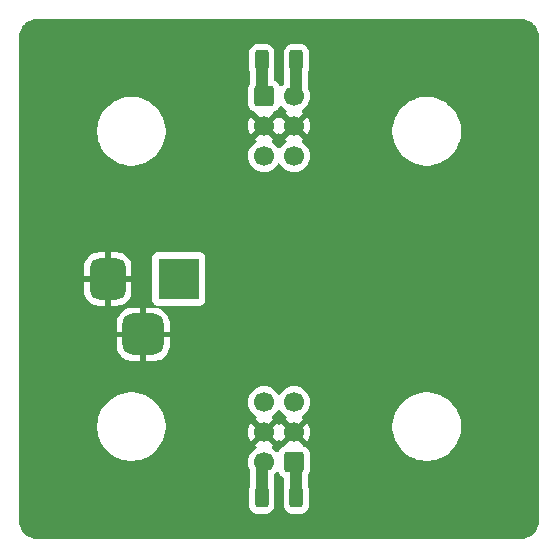
<source format=gbr>
%TF.GenerationSoftware,KiCad,Pcbnew,8.0.3*%
%TF.CreationDate,2024-07-13T17:14:31+01:00*%
%TF.ProjectId,RS485Board,52533438-3542-46f6-9172-642e6b696361,rev?*%
%TF.SameCoordinates,Original*%
%TF.FileFunction,Copper,L2,Bot*%
%TF.FilePolarity,Positive*%
%FSLAX46Y46*%
G04 Gerber Fmt 4.6, Leading zero omitted, Abs format (unit mm)*
G04 Created by KiCad (PCBNEW 8.0.3) date 2024-07-13 17:14:31*
%MOMM*%
%LPD*%
G01*
G04 APERTURE LIST*
G04 Aperture macros list*
%AMRoundRect*
0 Rectangle with rounded corners*
0 $1 Rounding radius*
0 $2 $3 $4 $5 $6 $7 $8 $9 X,Y pos of 4 corners*
0 Add a 4 corners polygon primitive as box body*
4,1,4,$2,$3,$4,$5,$6,$7,$8,$9,$2,$3,0*
0 Add four circle primitives for the rounded corners*
1,1,$1+$1,$2,$3*
1,1,$1+$1,$4,$5*
1,1,$1+$1,$6,$7*
1,1,$1+$1,$8,$9*
0 Add four rect primitives between the rounded corners*
20,1,$1+$1,$2,$3,$4,$5,0*
20,1,$1+$1,$4,$5,$6,$7,0*
20,1,$1+$1,$6,$7,$8,$9,0*
20,1,$1+$1,$8,$9,$2,$3,0*%
G04 Aperture macros list end*
%TA.AperFunction,ComponentPad*%
%ADD10RoundRect,0.250000X-0.600000X-0.600000X0.600000X-0.600000X0.600000X0.600000X-0.600000X0.600000X0*%
%TD*%
%TA.AperFunction,ComponentPad*%
%ADD11C,1.700000*%
%TD*%
%TA.AperFunction,ComponentPad*%
%ADD12R,3.500000X3.500000*%
%TD*%
%TA.AperFunction,ComponentPad*%
%ADD13RoundRect,0.750000X-0.750000X-1.000000X0.750000X-1.000000X0.750000X1.000000X-0.750000X1.000000X0*%
%TD*%
%TA.AperFunction,ComponentPad*%
%ADD14RoundRect,0.875000X-0.875000X-0.875000X0.875000X-0.875000X0.875000X0.875000X-0.875000X0.875000X0*%
%TD*%
%TA.AperFunction,ComponentPad*%
%ADD15RoundRect,0.250000X0.600000X0.600000X-0.600000X0.600000X-0.600000X-0.600000X0.600000X-0.600000X0*%
%TD*%
%TA.AperFunction,SMDPad,CuDef*%
%ADD16RoundRect,0.250000X0.312500X0.625000X-0.312500X0.625000X-0.312500X-0.625000X0.312500X-0.625000X0*%
%TD*%
%TA.AperFunction,SMDPad,CuDef*%
%ADD17RoundRect,0.250000X-0.312500X-0.625000X0.312500X-0.625000X0.312500X0.625000X-0.312500X0.625000X0*%
%TD*%
%TA.AperFunction,Conductor*%
%ADD18C,1.000000*%
%TD*%
G04 APERTURE END LIST*
D10*
%TO.P,J1,1,Pin_1*%
%TO.N,Net-(J1-Pin_1)*%
X111230000Y-97000000D03*
D11*
%TO.P,J1,2,Pin_2*%
%TO.N,Net-(J1-Pin_2)*%
X113770000Y-97000000D03*
%TO.P,J1,3,Pin_3*%
%TO.N,GND*%
X111230000Y-99540000D03*
%TO.P,J1,4,Pin_4*%
X113770000Y-99540000D03*
%TO.P,J1,5,Pin_5*%
%TO.N,+12V*%
X111230000Y-102080000D03*
%TO.P,J1,6,Pin_6*%
X113770000Y-102080000D03*
%TD*%
D12*
%TO.P,J3,1*%
%TO.N,+12V*%
X104000000Y-112500000D03*
D13*
%TO.P,J3,2*%
%TO.N,GND*%
X98000000Y-112500000D03*
D14*
%TO.P,J3,3*%
X101000000Y-117200000D03*
%TD*%
D15*
%TO.P,J2,1,Pin_1*%
%TO.N,Net-(J2-Pin_1)*%
X113770000Y-128000000D03*
D11*
%TO.P,J2,2,Pin_2*%
%TO.N,Net-(J2-Pin_2)*%
X111230000Y-128000000D03*
%TO.P,J2,3,Pin_3*%
%TO.N,GND*%
X113770000Y-125460000D03*
%TO.P,J2,4,Pin_4*%
X111230000Y-125460000D03*
%TO.P,J2,5,Pin_5*%
%TO.N,+12V*%
X113770000Y-122920000D03*
%TO.P,J2,6,Pin_6*%
X111230000Y-122920000D03*
%TD*%
D16*
%TO.P,R1,1*%
%TO.N,Net-(J1-Pin_2)*%
X113962500Y-94000000D03*
%TO.P,R1,2*%
%TO.N,Net-(J1-Pin_1)*%
X111037500Y-94000000D03*
%TD*%
D17*
%TO.P,R2,1*%
%TO.N,Net-(J2-Pin_2)*%
X111037500Y-131000000D03*
%TO.P,R2,2*%
%TO.N,Net-(J2-Pin_1)*%
X113962500Y-131000000D03*
%TD*%
D18*
%TO.N,Net-(J1-Pin_2)*%
X113962500Y-94000000D02*
X113962500Y-96807500D01*
X113962500Y-96807500D02*
X113770000Y-97000000D01*
%TO.N,Net-(J1-Pin_1)*%
X111037500Y-94000000D02*
X111037500Y-96807500D01*
X111037500Y-96807500D02*
X111230000Y-97000000D01*
%TO.N,Net-(J2-Pin_1)*%
X113962500Y-128192500D02*
X113770000Y-128000000D01*
X113962500Y-131000000D02*
X113962500Y-128192500D01*
%TO.N,Net-(J2-Pin_2)*%
X111037500Y-128192500D02*
X111230000Y-128000000D01*
X111037500Y-131000000D02*
X111037500Y-128192500D01*
%TD*%
%TA.AperFunction,Conductor*%
%TO.N,GND*%
G36*
X113304075Y-125652993D02*
G01*
X113369901Y-125767007D01*
X113462993Y-125860099D01*
X113577007Y-125925925D01*
X113640590Y-125942962D01*
X113004208Y-126579342D01*
X112993788Y-126631193D01*
X112945172Y-126681376D01*
X112923032Y-126691205D01*
X112850674Y-126715182D01*
X112850663Y-126715187D01*
X112701342Y-126807289D01*
X112577289Y-126931342D01*
X112485187Y-127080663D01*
X112485183Y-127080673D01*
X112482335Y-127089268D01*
X112442560Y-127146711D01*
X112378044Y-127173531D01*
X112309268Y-127161214D01*
X112272517Y-127132233D01*
X112272324Y-127132427D01*
X112270682Y-127130785D01*
X112269642Y-127129965D01*
X112268494Y-127128597D01*
X112101402Y-126961506D01*
X112101401Y-126961505D01*
X111915405Y-126831269D01*
X111871781Y-126776692D01*
X111864588Y-126707193D01*
X111896110Y-126644839D01*
X111915405Y-126628119D01*
X111991373Y-126574925D01*
X111359409Y-125942962D01*
X111422993Y-125925925D01*
X111537007Y-125860099D01*
X111630099Y-125767007D01*
X111695925Y-125652993D01*
X111712962Y-125589410D01*
X112344925Y-126221373D01*
X112398425Y-126144968D01*
X112453002Y-126101344D01*
X112522501Y-126094151D01*
X112584855Y-126125673D01*
X112601576Y-126144969D01*
X112655073Y-126221372D01*
X113287037Y-125589409D01*
X113304075Y-125652993D01*
G37*
%TD.AperFunction*%
%TA.AperFunction,Conductor*%
G36*
X112584855Y-123586546D02*
G01*
X112601575Y-123605842D01*
X112731500Y-123791395D01*
X112731505Y-123791401D01*
X112898599Y-123958495D01*
X113084594Y-124088730D01*
X113128218Y-124143307D01*
X113135411Y-124212806D01*
X113103889Y-124275160D01*
X113084593Y-124291880D01*
X113008626Y-124345072D01*
X113008625Y-124345072D01*
X113640590Y-124977037D01*
X113577007Y-124994075D01*
X113462993Y-125059901D01*
X113369901Y-125152993D01*
X113304075Y-125267007D01*
X113287037Y-125330590D01*
X112655072Y-124698625D01*
X112655072Y-124698626D01*
X112601574Y-124775030D01*
X112546998Y-124818655D01*
X112477499Y-124825849D01*
X112415144Y-124794326D01*
X112398424Y-124775030D01*
X112344925Y-124698626D01*
X112344925Y-124698625D01*
X111712962Y-125330589D01*
X111695925Y-125267007D01*
X111630099Y-125152993D01*
X111537007Y-125059901D01*
X111422993Y-124994075D01*
X111359410Y-124977037D01*
X111991373Y-124345073D01*
X111991373Y-124345072D01*
X111915405Y-124291880D01*
X111871780Y-124237304D01*
X111864586Y-124167805D01*
X111896108Y-124105451D01*
X111915399Y-124088734D01*
X112101401Y-123958495D01*
X112268495Y-123791401D01*
X112398425Y-123605842D01*
X112453002Y-123562217D01*
X112522500Y-123555023D01*
X112584855Y-123586546D01*
G37*
%TD.AperFunction*%
%TA.AperFunction,Conductor*%
G36*
X113304075Y-99732993D02*
G01*
X113369901Y-99847007D01*
X113462993Y-99940099D01*
X113577007Y-100005925D01*
X113640590Y-100022962D01*
X113008625Y-100654925D01*
X113084594Y-100708119D01*
X113128219Y-100762696D01*
X113135413Y-100832194D01*
X113103890Y-100894549D01*
X113084595Y-100911269D01*
X112898594Y-101041508D01*
X112731505Y-101208597D01*
X112601575Y-101394158D01*
X112546998Y-101437783D01*
X112477500Y-101444977D01*
X112415145Y-101413454D01*
X112398425Y-101394158D01*
X112268494Y-101208597D01*
X112101402Y-101041506D01*
X112101401Y-101041505D01*
X111915405Y-100911269D01*
X111871781Y-100856692D01*
X111864588Y-100787193D01*
X111896110Y-100724839D01*
X111915405Y-100708119D01*
X111991373Y-100654925D01*
X111359409Y-100022962D01*
X111422993Y-100005925D01*
X111537007Y-99940099D01*
X111630099Y-99847007D01*
X111695925Y-99732993D01*
X111712962Y-99669410D01*
X112344925Y-100301373D01*
X112398425Y-100224968D01*
X112453002Y-100181344D01*
X112522501Y-100174151D01*
X112584855Y-100205673D01*
X112601576Y-100224969D01*
X112655073Y-100301372D01*
X113287037Y-99669409D01*
X113304075Y-99732993D01*
G37*
%TD.AperFunction*%
%TA.AperFunction,Conductor*%
G36*
X112690720Y-97838779D02*
G01*
X112727483Y-97867766D01*
X112727677Y-97867573D01*
X112729313Y-97869209D01*
X112730354Y-97870030D01*
X112731501Y-97871397D01*
X112731505Y-97871401D01*
X112898599Y-98038495D01*
X113084594Y-98168730D01*
X113128218Y-98223307D01*
X113135411Y-98292806D01*
X113103889Y-98355160D01*
X113084593Y-98371880D01*
X113008626Y-98425072D01*
X113008625Y-98425072D01*
X113640590Y-99057037D01*
X113577007Y-99074075D01*
X113462993Y-99139901D01*
X113369901Y-99232993D01*
X113304075Y-99347007D01*
X113287037Y-99410590D01*
X112655072Y-98778625D01*
X112655072Y-98778626D01*
X112601574Y-98855030D01*
X112546998Y-98898655D01*
X112477499Y-98905849D01*
X112415144Y-98874326D01*
X112398424Y-98855030D01*
X112344925Y-98778626D01*
X112344925Y-98778625D01*
X111712962Y-99410589D01*
X111695925Y-99347007D01*
X111630099Y-99232993D01*
X111537007Y-99139901D01*
X111422993Y-99074075D01*
X111359410Y-99057037D01*
X111995789Y-98420658D01*
X112006209Y-98368808D01*
X112054823Y-98318624D01*
X112076961Y-98308796D01*
X112149334Y-98284814D01*
X112298656Y-98192712D01*
X112422712Y-98068656D01*
X112514814Y-97919334D01*
X112517662Y-97910738D01*
X112557429Y-97853294D01*
X112621944Y-97826468D01*
X112690720Y-97838779D01*
G37*
%TD.AperFunction*%
%TA.AperFunction,Conductor*%
G36*
X133004418Y-90500816D02*
G01*
X133204561Y-90515130D01*
X133222063Y-90517647D01*
X133413797Y-90559355D01*
X133430755Y-90564334D01*
X133614609Y-90632909D01*
X133630701Y-90640259D01*
X133802904Y-90734288D01*
X133817784Y-90743849D01*
X133974867Y-90861441D01*
X133988237Y-90873027D01*
X134126972Y-91011762D01*
X134138558Y-91025132D01*
X134256146Y-91182210D01*
X134265711Y-91197095D01*
X134359740Y-91369298D01*
X134367090Y-91385390D01*
X134435662Y-91569236D01*
X134440646Y-91586212D01*
X134482351Y-91777931D01*
X134484869Y-91795442D01*
X134499184Y-91995580D01*
X134499500Y-92004427D01*
X134499500Y-132995572D01*
X134499184Y-133004419D01*
X134484869Y-133204557D01*
X134482351Y-133222068D01*
X134440646Y-133413787D01*
X134435662Y-133430763D01*
X134367090Y-133614609D01*
X134359740Y-133630701D01*
X134265711Y-133802904D01*
X134256146Y-133817789D01*
X134138558Y-133974867D01*
X134126972Y-133988237D01*
X133988237Y-134126972D01*
X133974867Y-134138558D01*
X133817789Y-134256146D01*
X133802904Y-134265711D01*
X133630701Y-134359740D01*
X133614609Y-134367090D01*
X133430763Y-134435662D01*
X133413787Y-134440646D01*
X133222068Y-134482351D01*
X133204557Y-134484869D01*
X133023779Y-134497799D01*
X133004417Y-134499184D01*
X132995572Y-134499500D01*
X92004428Y-134499500D01*
X91995582Y-134499184D01*
X91973622Y-134497613D01*
X91795442Y-134484869D01*
X91777931Y-134482351D01*
X91586212Y-134440646D01*
X91569236Y-134435662D01*
X91385390Y-134367090D01*
X91369298Y-134359740D01*
X91197095Y-134265711D01*
X91182210Y-134256146D01*
X91025132Y-134138558D01*
X91011762Y-134126972D01*
X90873027Y-133988237D01*
X90861441Y-133974867D01*
X90743849Y-133817784D01*
X90734288Y-133802904D01*
X90640259Y-133630701D01*
X90632909Y-133614609D01*
X90572091Y-133451551D01*
X90564334Y-133430755D01*
X90559355Y-133413797D01*
X90517647Y-133222063D01*
X90515130Y-133204556D01*
X90500816Y-133004418D01*
X90500500Y-132995572D01*
X90500500Y-124837106D01*
X97099500Y-124837106D01*
X97099500Y-125162893D01*
X97135974Y-125486604D01*
X97135976Y-125486620D01*
X97208467Y-125804226D01*
X97208471Y-125804238D01*
X97316066Y-126111725D01*
X97457413Y-126405234D01*
X97457415Y-126405237D01*
X97630739Y-126681081D01*
X97833857Y-126935783D01*
X98064217Y-127166143D01*
X98318919Y-127369261D01*
X98594763Y-127542585D01*
X98888278Y-127683935D01*
X99118766Y-127764586D01*
X99195761Y-127791528D01*
X99195773Y-127791532D01*
X99513383Y-127864024D01*
X99837106Y-127900499D01*
X99837107Y-127900500D01*
X99837111Y-127900500D01*
X100162893Y-127900500D01*
X100162893Y-127900499D01*
X100486617Y-127864024D01*
X100804227Y-127791532D01*
X101111722Y-127683935D01*
X101405237Y-127542585D01*
X101681081Y-127369261D01*
X101935783Y-127166143D01*
X102166143Y-126935783D01*
X102369261Y-126681081D01*
X102542585Y-126405237D01*
X102683935Y-126111722D01*
X102791532Y-125804227D01*
X102864024Y-125486617D01*
X102900500Y-125162889D01*
X102900500Y-124837111D01*
X102864024Y-124513383D01*
X102791532Y-124195773D01*
X102683935Y-123888278D01*
X102542585Y-123594763D01*
X102369261Y-123318919D01*
X102166143Y-123064217D01*
X102021925Y-122919999D01*
X109874341Y-122919999D01*
X109874341Y-122920000D01*
X109894936Y-123155403D01*
X109894938Y-123155413D01*
X109956094Y-123383655D01*
X109956096Y-123383659D01*
X109956097Y-123383663D01*
X109960000Y-123392032D01*
X110055965Y-123597830D01*
X110055967Y-123597834D01*
X110164281Y-123752521D01*
X110191505Y-123791401D01*
X110358599Y-123958495D01*
X110544594Y-124088730D01*
X110588218Y-124143307D01*
X110595411Y-124212806D01*
X110563889Y-124275160D01*
X110544593Y-124291880D01*
X110468626Y-124345072D01*
X110468625Y-124345072D01*
X111100590Y-124977037D01*
X111037007Y-124994075D01*
X110922993Y-125059901D01*
X110829901Y-125152993D01*
X110764075Y-125267007D01*
X110747037Y-125330589D01*
X110115073Y-124698625D01*
X110115072Y-124698625D01*
X110056401Y-124782419D01*
X109956570Y-124996507D01*
X109956566Y-124996516D01*
X109895432Y-125224673D01*
X109895430Y-125224684D01*
X109874843Y-125459998D01*
X109874843Y-125460001D01*
X109895430Y-125695315D01*
X109895432Y-125695326D01*
X109956566Y-125923483D01*
X109956570Y-125923492D01*
X110056400Y-126137579D01*
X110056402Y-126137583D01*
X110115072Y-126221373D01*
X110115073Y-126221373D01*
X110747037Y-125589409D01*
X110764075Y-125652993D01*
X110829901Y-125767007D01*
X110922993Y-125860099D01*
X111037007Y-125925925D01*
X111100590Y-125942962D01*
X110468625Y-126574925D01*
X110544594Y-126628119D01*
X110588219Y-126682696D01*
X110595413Y-126752194D01*
X110563890Y-126814549D01*
X110544595Y-126831269D01*
X110358594Y-126961508D01*
X110191505Y-127128597D01*
X110055965Y-127322169D01*
X110055964Y-127322171D01*
X109956098Y-127536335D01*
X109956094Y-127536344D01*
X109894938Y-127764586D01*
X109894936Y-127764596D01*
X109874341Y-127999999D01*
X109874341Y-128000000D01*
X109894936Y-128235403D01*
X109894938Y-128235413D01*
X109956094Y-128463655D01*
X109956096Y-128463659D01*
X109956097Y-128463663D01*
X110025382Y-128612244D01*
X110037000Y-128664649D01*
X110037000Y-130045270D01*
X110030706Y-130084273D01*
X109985002Y-130222199D01*
X109985000Y-130222209D01*
X109974500Y-130324983D01*
X109974500Y-131675001D01*
X109974501Y-131675018D01*
X109985000Y-131777796D01*
X109985001Y-131777799D01*
X110040185Y-131944331D01*
X110040186Y-131944334D01*
X110132288Y-132093656D01*
X110256344Y-132217712D01*
X110405666Y-132309814D01*
X110572203Y-132364999D01*
X110674991Y-132375500D01*
X111400008Y-132375499D01*
X111400016Y-132375498D01*
X111400019Y-132375498D01*
X111456302Y-132369748D01*
X111502797Y-132364999D01*
X111669334Y-132309814D01*
X111818656Y-132217712D01*
X111942712Y-132093656D01*
X112034814Y-131944334D01*
X112089999Y-131777797D01*
X112100500Y-131675009D01*
X112100499Y-130324992D01*
X112089999Y-130222203D01*
X112044294Y-130084273D01*
X112038000Y-130045269D01*
X112038000Y-129147439D01*
X112057685Y-129080400D01*
X112090878Y-129045863D01*
X112101401Y-129038495D01*
X112268495Y-128871401D01*
X112268504Y-128871388D01*
X112269636Y-128870040D01*
X112270293Y-128869602D01*
X112272323Y-128867573D01*
X112272730Y-128867980D01*
X112327805Y-128831334D01*
X112397666Y-128830220D01*
X112457038Y-128867053D01*
X112482335Y-128910733D01*
X112485186Y-128919334D01*
X112577288Y-129068656D01*
X112701344Y-129192712D01*
X112850666Y-129284814D01*
X112877003Y-129293541D01*
X112934447Y-129333310D01*
X112961272Y-129397825D01*
X112962000Y-129411246D01*
X112962000Y-130045270D01*
X112955706Y-130084273D01*
X112910002Y-130222199D01*
X112910000Y-130222209D01*
X112899500Y-130324983D01*
X112899500Y-131675001D01*
X112899501Y-131675018D01*
X112910000Y-131777796D01*
X112910001Y-131777799D01*
X112965185Y-131944331D01*
X112965186Y-131944334D01*
X113057288Y-132093656D01*
X113181344Y-132217712D01*
X113330666Y-132309814D01*
X113497203Y-132364999D01*
X113599991Y-132375500D01*
X114325008Y-132375499D01*
X114325016Y-132375498D01*
X114325019Y-132375498D01*
X114381302Y-132369748D01*
X114427797Y-132364999D01*
X114594334Y-132309814D01*
X114743656Y-132217712D01*
X114867712Y-132093656D01*
X114959814Y-131944334D01*
X115014999Y-131777797D01*
X115025500Y-131675009D01*
X115025499Y-130324992D01*
X115014999Y-130222203D01*
X114969294Y-130084273D01*
X114963000Y-130045269D01*
X114963000Y-129103355D01*
X114981461Y-129038258D01*
X115054814Y-128919334D01*
X115109999Y-128752797D01*
X115120500Y-128650009D01*
X115120499Y-127349992D01*
X115109999Y-127247203D01*
X115054814Y-127080666D01*
X114962712Y-126931344D01*
X114838656Y-126807288D01*
X114689334Y-126715186D01*
X114616966Y-126691205D01*
X114559522Y-126651433D01*
X114532699Y-126586917D01*
X114532585Y-126576137D01*
X113899409Y-125942962D01*
X113962993Y-125925925D01*
X114077007Y-125860099D01*
X114170099Y-125767007D01*
X114235925Y-125652993D01*
X114252962Y-125589410D01*
X114884925Y-126221373D01*
X114884926Y-126221373D01*
X114943598Y-126137582D01*
X114943600Y-126137578D01*
X115043429Y-125923492D01*
X115043433Y-125923483D01*
X115104567Y-125695326D01*
X115104569Y-125695315D01*
X115125157Y-125460001D01*
X115125157Y-125459998D01*
X115104569Y-125224684D01*
X115104567Y-125224673D01*
X115043433Y-124996516D01*
X115043429Y-124996507D01*
X114969099Y-124837106D01*
X122099500Y-124837106D01*
X122099500Y-125162893D01*
X122135974Y-125486604D01*
X122135976Y-125486620D01*
X122208467Y-125804226D01*
X122208471Y-125804238D01*
X122316066Y-126111725D01*
X122457413Y-126405234D01*
X122457415Y-126405237D01*
X122630739Y-126681081D01*
X122833857Y-126935783D01*
X123064217Y-127166143D01*
X123318919Y-127369261D01*
X123594763Y-127542585D01*
X123888278Y-127683935D01*
X124118766Y-127764586D01*
X124195761Y-127791528D01*
X124195773Y-127791532D01*
X124513383Y-127864024D01*
X124837106Y-127900499D01*
X124837107Y-127900500D01*
X124837111Y-127900500D01*
X125162893Y-127900500D01*
X125162893Y-127900499D01*
X125486617Y-127864024D01*
X125804227Y-127791532D01*
X126111722Y-127683935D01*
X126405237Y-127542585D01*
X126681081Y-127369261D01*
X126935783Y-127166143D01*
X127166143Y-126935783D01*
X127369261Y-126681081D01*
X127542585Y-126405237D01*
X127683935Y-126111722D01*
X127791532Y-125804227D01*
X127864024Y-125486617D01*
X127900500Y-125162889D01*
X127900500Y-124837111D01*
X127864024Y-124513383D01*
X127791532Y-124195773D01*
X127683935Y-123888278D01*
X127542585Y-123594763D01*
X127369261Y-123318919D01*
X127166143Y-123064217D01*
X126935783Y-122833857D01*
X126681081Y-122630739D01*
X126405237Y-122457415D01*
X126405234Y-122457413D01*
X126111725Y-122316066D01*
X125804238Y-122208471D01*
X125804226Y-122208467D01*
X125486620Y-122135976D01*
X125486604Y-122135974D01*
X125162893Y-122099500D01*
X125162889Y-122099500D01*
X124837111Y-122099500D01*
X124837107Y-122099500D01*
X124513395Y-122135974D01*
X124513379Y-122135976D01*
X124195773Y-122208467D01*
X124195761Y-122208471D01*
X123888274Y-122316066D01*
X123594765Y-122457413D01*
X123318920Y-122630738D01*
X123064217Y-122833856D01*
X122833856Y-123064217D01*
X122630738Y-123318920D01*
X122457413Y-123594765D01*
X122316066Y-123888274D01*
X122208471Y-124195761D01*
X122208467Y-124195773D01*
X122135976Y-124513379D01*
X122135974Y-124513395D01*
X122099500Y-124837106D01*
X114969099Y-124837106D01*
X114943600Y-124782423D01*
X114943599Y-124782421D01*
X114884925Y-124698626D01*
X114884925Y-124698625D01*
X114252962Y-125330589D01*
X114235925Y-125267007D01*
X114170099Y-125152993D01*
X114077007Y-125059901D01*
X113962993Y-124994075D01*
X113899410Y-124977037D01*
X114531373Y-124345073D01*
X114531373Y-124345072D01*
X114455405Y-124291880D01*
X114411780Y-124237304D01*
X114404586Y-124167805D01*
X114436108Y-124105451D01*
X114455399Y-124088734D01*
X114641401Y-123958495D01*
X114808495Y-123791401D01*
X114944035Y-123597830D01*
X115043903Y-123383663D01*
X115105063Y-123155408D01*
X115125659Y-122920000D01*
X115105063Y-122684592D01*
X115043903Y-122456337D01*
X114944035Y-122242171D01*
X114938425Y-122234158D01*
X114808494Y-122048597D01*
X114641402Y-121881506D01*
X114641395Y-121881501D01*
X114447834Y-121745967D01*
X114447830Y-121745965D01*
X114447828Y-121745964D01*
X114233663Y-121646097D01*
X114233659Y-121646096D01*
X114233655Y-121646094D01*
X114005413Y-121584938D01*
X114005403Y-121584936D01*
X113770001Y-121564341D01*
X113769999Y-121564341D01*
X113534596Y-121584936D01*
X113534586Y-121584938D01*
X113306344Y-121646094D01*
X113306335Y-121646098D01*
X113092171Y-121745964D01*
X113092169Y-121745965D01*
X112898597Y-121881505D01*
X112731505Y-122048597D01*
X112601575Y-122234158D01*
X112546998Y-122277783D01*
X112477500Y-122284977D01*
X112415145Y-122253454D01*
X112398425Y-122234158D01*
X112268494Y-122048597D01*
X112101402Y-121881506D01*
X112101395Y-121881501D01*
X111907834Y-121745967D01*
X111907830Y-121745965D01*
X111907828Y-121745964D01*
X111693663Y-121646097D01*
X111693659Y-121646096D01*
X111693655Y-121646094D01*
X111465413Y-121584938D01*
X111465403Y-121584936D01*
X111230001Y-121564341D01*
X111229999Y-121564341D01*
X110994596Y-121584936D01*
X110994586Y-121584938D01*
X110766344Y-121646094D01*
X110766335Y-121646098D01*
X110552171Y-121745964D01*
X110552169Y-121745965D01*
X110358597Y-121881505D01*
X110191505Y-122048597D01*
X110055965Y-122242169D01*
X110055964Y-122242171D01*
X109956098Y-122456335D01*
X109956094Y-122456344D01*
X109894938Y-122684586D01*
X109894936Y-122684596D01*
X109874341Y-122919999D01*
X102021925Y-122919999D01*
X101935783Y-122833857D01*
X101681081Y-122630739D01*
X101405237Y-122457415D01*
X101405234Y-122457413D01*
X101111725Y-122316066D01*
X100804238Y-122208471D01*
X100804226Y-122208467D01*
X100486620Y-122135976D01*
X100486604Y-122135974D01*
X100162893Y-122099500D01*
X100162889Y-122099500D01*
X99837111Y-122099500D01*
X99837107Y-122099500D01*
X99513395Y-122135974D01*
X99513379Y-122135976D01*
X99195773Y-122208467D01*
X99195761Y-122208471D01*
X98888274Y-122316066D01*
X98594765Y-122457413D01*
X98318920Y-122630738D01*
X98064217Y-122833856D01*
X97833856Y-123064217D01*
X97630738Y-123318920D01*
X97457413Y-123594765D01*
X97316066Y-123888274D01*
X97208471Y-124195761D01*
X97208467Y-124195773D01*
X97135976Y-124513379D01*
X97135974Y-124513395D01*
X97099500Y-124837106D01*
X90500500Y-124837106D01*
X90500500Y-116231421D01*
X98750000Y-116231421D01*
X98750000Y-116950000D01*
X99566988Y-116950000D01*
X99534075Y-117007007D01*
X99500000Y-117134174D01*
X99500000Y-117265826D01*
X99534075Y-117392993D01*
X99566988Y-117450000D01*
X98750001Y-117450000D01*
X98750001Y-118168588D01*
X98752794Y-118221191D01*
X98797237Y-118450987D01*
X98879879Y-118669975D01*
X98998339Y-118871841D01*
X98998344Y-118871848D01*
X99149211Y-119050786D01*
X99149213Y-119050788D01*
X99328151Y-119201655D01*
X99328158Y-119201660D01*
X99530024Y-119320120D01*
X99749012Y-119402762D01*
X99978809Y-119447205D01*
X100031382Y-119449998D01*
X100031421Y-119449999D01*
X100749999Y-119449999D01*
X100750000Y-119449998D01*
X100750000Y-117700000D01*
X101250000Y-117700000D01*
X101250000Y-119449999D01*
X101968576Y-119449999D01*
X101968588Y-119449998D01*
X102021191Y-119447205D01*
X102250987Y-119402762D01*
X102469975Y-119320120D01*
X102671841Y-119201660D01*
X102671848Y-119201655D01*
X102850786Y-119050788D01*
X102850788Y-119050786D01*
X103001655Y-118871848D01*
X103001660Y-118871841D01*
X103120120Y-118669975D01*
X103202762Y-118450987D01*
X103247205Y-118221191D01*
X103247205Y-118221190D01*
X103249998Y-118168617D01*
X103250000Y-118168578D01*
X103250000Y-117450000D01*
X102433012Y-117450000D01*
X102465925Y-117392993D01*
X102500000Y-117265826D01*
X102500000Y-117134174D01*
X102465925Y-117007007D01*
X102433012Y-116950000D01*
X103249999Y-116950000D01*
X103249999Y-116231423D01*
X103249998Y-116231411D01*
X103247205Y-116178808D01*
X103202762Y-115949012D01*
X103120120Y-115730024D01*
X103001660Y-115528158D01*
X103001655Y-115528151D01*
X102850788Y-115349213D01*
X102850786Y-115349211D01*
X102671848Y-115198344D01*
X102671841Y-115198339D01*
X102469975Y-115079879D01*
X102250984Y-114997236D01*
X102245840Y-114996241D01*
X102183760Y-114964180D01*
X102148869Y-114903646D01*
X102152244Y-114833858D01*
X102192814Y-114776973D01*
X102257697Y-114751052D01*
X102269374Y-114750499D01*
X105797872Y-114750499D01*
X105857483Y-114744091D01*
X105992331Y-114693796D01*
X106107546Y-114607546D01*
X106193796Y-114492331D01*
X106244091Y-114357483D01*
X106250500Y-114297873D01*
X106250499Y-110702128D01*
X106244091Y-110642517D01*
X106204571Y-110536559D01*
X106193797Y-110507671D01*
X106193793Y-110507664D01*
X106107547Y-110392455D01*
X106107544Y-110392452D01*
X105992335Y-110306206D01*
X105992328Y-110306202D01*
X105857482Y-110255908D01*
X105857483Y-110255908D01*
X105797883Y-110249501D01*
X105797881Y-110249500D01*
X105797873Y-110249500D01*
X105797864Y-110249500D01*
X102202129Y-110249500D01*
X102202123Y-110249501D01*
X102142516Y-110255908D01*
X102007671Y-110306202D01*
X102007664Y-110306206D01*
X101892455Y-110392452D01*
X101892452Y-110392455D01*
X101806206Y-110507664D01*
X101806202Y-110507671D01*
X101755908Y-110642517D01*
X101749501Y-110702116D01*
X101749501Y-110702123D01*
X101749500Y-110702135D01*
X101749500Y-114297870D01*
X101749501Y-114297876D01*
X101755908Y-114357483D01*
X101806202Y-114492328D01*
X101806206Y-114492335D01*
X101892452Y-114607544D01*
X101892455Y-114607547D01*
X102007664Y-114693793D01*
X102007673Y-114693798D01*
X102056506Y-114712011D01*
X102112440Y-114753881D01*
X102136858Y-114819345D01*
X102122007Y-114887618D01*
X102072603Y-114937024D01*
X102006598Y-114952018D01*
X101968625Y-114950001D01*
X101968579Y-114950000D01*
X101250000Y-114950000D01*
X101250000Y-116700000D01*
X100750000Y-116700000D01*
X100750000Y-114950000D01*
X100031423Y-114950000D01*
X100031411Y-114950001D01*
X99978808Y-114952794D01*
X99749012Y-114997237D01*
X99530024Y-115079879D01*
X99328158Y-115198339D01*
X99328151Y-115198344D01*
X99149213Y-115349211D01*
X99149211Y-115349213D01*
X98998344Y-115528151D01*
X98998339Y-115528158D01*
X98879879Y-115730024D01*
X98797237Y-115949012D01*
X98752794Y-116178808D01*
X98752794Y-116178809D01*
X98750001Y-116231382D01*
X98750000Y-116231421D01*
X90500500Y-116231421D01*
X90500500Y-111435803D01*
X96000000Y-111435803D01*
X96000000Y-112250000D01*
X97500000Y-112250000D01*
X97500000Y-112750000D01*
X96000001Y-112750000D01*
X96000001Y-113564197D01*
X96010400Y-113696332D01*
X96065377Y-113914519D01*
X96158428Y-114119374D01*
X96158431Y-114119380D01*
X96286559Y-114304323D01*
X96286569Y-114304335D01*
X96445664Y-114463430D01*
X96445676Y-114463440D01*
X96630619Y-114591568D01*
X96630625Y-114591571D01*
X96835480Y-114684622D01*
X97053667Y-114739599D01*
X97185810Y-114749999D01*
X97749999Y-114749999D01*
X97750000Y-114749998D01*
X97750000Y-113933012D01*
X97807007Y-113965925D01*
X97934174Y-114000000D01*
X98065826Y-114000000D01*
X98192993Y-113965925D01*
X98250000Y-113933012D01*
X98250000Y-114749999D01*
X98814182Y-114749999D01*
X98814197Y-114749998D01*
X98946332Y-114739599D01*
X99164519Y-114684622D01*
X99369374Y-114591571D01*
X99369380Y-114591568D01*
X99554323Y-114463440D01*
X99554335Y-114463430D01*
X99713430Y-114304335D01*
X99713440Y-114304323D01*
X99841568Y-114119380D01*
X99841571Y-114119374D01*
X99934622Y-113914519D01*
X99989599Y-113696332D01*
X99999999Y-113564196D01*
X100000000Y-113564184D01*
X100000000Y-112750000D01*
X98500000Y-112750000D01*
X98500000Y-112250000D01*
X99999999Y-112250000D01*
X99999999Y-111435817D01*
X99999998Y-111435802D01*
X99989599Y-111303667D01*
X99934622Y-111085480D01*
X99841571Y-110880625D01*
X99841568Y-110880619D01*
X99713440Y-110695676D01*
X99713430Y-110695664D01*
X99554335Y-110536569D01*
X99554323Y-110536559D01*
X99369380Y-110408431D01*
X99369374Y-110408428D01*
X99164519Y-110315377D01*
X98946332Y-110260400D01*
X98814196Y-110250000D01*
X98250000Y-110250000D01*
X98250000Y-111066988D01*
X98192993Y-111034075D01*
X98065826Y-111000000D01*
X97934174Y-111000000D01*
X97807007Y-111034075D01*
X97750000Y-111066988D01*
X97750000Y-110250000D01*
X97185817Y-110250000D01*
X97185802Y-110250001D01*
X97053667Y-110260400D01*
X96835480Y-110315377D01*
X96630625Y-110408428D01*
X96630619Y-110408431D01*
X96445676Y-110536559D01*
X96445664Y-110536569D01*
X96286569Y-110695664D01*
X96286559Y-110695676D01*
X96158431Y-110880619D01*
X96158428Y-110880625D01*
X96065377Y-111085480D01*
X96010400Y-111303667D01*
X96000000Y-111435803D01*
X90500500Y-111435803D01*
X90500500Y-99837106D01*
X97099500Y-99837106D01*
X97099500Y-100162893D01*
X97135974Y-100486604D01*
X97135976Y-100486620D01*
X97208467Y-100804226D01*
X97208471Y-100804238D01*
X97316066Y-101111725D01*
X97457413Y-101405234D01*
X97457415Y-101405237D01*
X97630739Y-101681081D01*
X97833857Y-101935783D01*
X98064217Y-102166143D01*
X98318919Y-102369261D01*
X98594763Y-102542585D01*
X98594765Y-102542586D01*
X98614380Y-102552032D01*
X98888278Y-102683935D01*
X99099458Y-102757830D01*
X99195761Y-102791528D01*
X99195773Y-102791532D01*
X99513383Y-102864024D01*
X99837106Y-102900499D01*
X99837107Y-102900500D01*
X99837111Y-102900500D01*
X100162893Y-102900500D01*
X100162893Y-102900499D01*
X100486617Y-102864024D01*
X100804227Y-102791532D01*
X101111722Y-102683935D01*
X101405237Y-102542585D01*
X101681081Y-102369261D01*
X101935783Y-102166143D01*
X102021927Y-102079999D01*
X109874341Y-102079999D01*
X109874341Y-102080000D01*
X109894936Y-102315403D01*
X109894938Y-102315413D01*
X109956094Y-102543655D01*
X109956096Y-102543659D01*
X109956097Y-102543663D01*
X109960000Y-102552032D01*
X110055965Y-102757830D01*
X110055967Y-102757834D01*
X110155863Y-102900499D01*
X110191505Y-102951401D01*
X110358599Y-103118495D01*
X110455384Y-103186265D01*
X110552165Y-103254032D01*
X110552167Y-103254033D01*
X110552170Y-103254035D01*
X110766337Y-103353903D01*
X110994592Y-103415063D01*
X111182918Y-103431539D01*
X111229999Y-103435659D01*
X111230000Y-103435659D01*
X111230001Y-103435659D01*
X111269234Y-103432226D01*
X111465408Y-103415063D01*
X111693663Y-103353903D01*
X111907830Y-103254035D01*
X112101401Y-103118495D01*
X112268495Y-102951401D01*
X112398425Y-102765842D01*
X112453002Y-102722217D01*
X112522500Y-102715023D01*
X112584855Y-102746546D01*
X112601575Y-102765842D01*
X112731500Y-102951395D01*
X112731505Y-102951401D01*
X112898599Y-103118495D01*
X112995384Y-103186265D01*
X113092165Y-103254032D01*
X113092167Y-103254033D01*
X113092170Y-103254035D01*
X113306337Y-103353903D01*
X113534592Y-103415063D01*
X113722918Y-103431539D01*
X113769999Y-103435659D01*
X113770000Y-103435659D01*
X113770001Y-103435659D01*
X113809234Y-103432226D01*
X114005408Y-103415063D01*
X114233663Y-103353903D01*
X114447830Y-103254035D01*
X114641401Y-103118495D01*
X114808495Y-102951401D01*
X114944035Y-102757830D01*
X115043903Y-102543663D01*
X115105063Y-102315408D01*
X115125659Y-102080000D01*
X115105063Y-101844592D01*
X115043903Y-101616337D01*
X114944035Y-101402171D01*
X114938425Y-101394158D01*
X114808494Y-101208597D01*
X114641402Y-101041506D01*
X114641401Y-101041505D01*
X114455405Y-100911269D01*
X114411781Y-100856692D01*
X114404588Y-100787193D01*
X114436110Y-100724839D01*
X114455405Y-100708119D01*
X114531373Y-100654925D01*
X113899409Y-100022962D01*
X113962993Y-100005925D01*
X114077007Y-99940099D01*
X114170099Y-99847007D01*
X114235925Y-99732993D01*
X114252962Y-99669410D01*
X114884925Y-100301373D01*
X114884926Y-100301373D01*
X114943598Y-100217582D01*
X114943600Y-100217578D01*
X115043429Y-100003492D01*
X115043433Y-100003483D01*
X115088013Y-99837106D01*
X122099500Y-99837106D01*
X122099500Y-100162893D01*
X122135974Y-100486604D01*
X122135976Y-100486620D01*
X122208467Y-100804226D01*
X122208471Y-100804238D01*
X122316066Y-101111725D01*
X122457413Y-101405234D01*
X122457415Y-101405237D01*
X122630739Y-101681081D01*
X122833857Y-101935783D01*
X123064217Y-102166143D01*
X123318919Y-102369261D01*
X123594763Y-102542585D01*
X123594765Y-102542586D01*
X123614380Y-102552032D01*
X123888278Y-102683935D01*
X124099458Y-102757830D01*
X124195761Y-102791528D01*
X124195773Y-102791532D01*
X124513383Y-102864024D01*
X124837106Y-102900499D01*
X124837107Y-102900500D01*
X124837111Y-102900500D01*
X125162893Y-102900500D01*
X125162893Y-102900499D01*
X125486617Y-102864024D01*
X125804227Y-102791532D01*
X126111722Y-102683935D01*
X126405237Y-102542585D01*
X126681081Y-102369261D01*
X126935783Y-102166143D01*
X127166143Y-101935783D01*
X127369261Y-101681081D01*
X127542585Y-101405237D01*
X127683935Y-101111722D01*
X127791532Y-100804227D01*
X127864024Y-100486617D01*
X127900500Y-100162889D01*
X127900500Y-99837111D01*
X127864024Y-99513383D01*
X127791532Y-99195773D01*
X127683935Y-98888278D01*
X127542585Y-98594763D01*
X127369261Y-98318919D01*
X127166143Y-98064217D01*
X126935783Y-97833857D01*
X126926517Y-97826468D01*
X126740131Y-97677830D01*
X126681081Y-97630739D01*
X126405237Y-97457415D01*
X126405234Y-97457413D01*
X126111725Y-97316066D01*
X125804238Y-97208471D01*
X125804226Y-97208467D01*
X125486620Y-97135976D01*
X125486604Y-97135974D01*
X125162893Y-97099500D01*
X125162889Y-97099500D01*
X124837111Y-97099500D01*
X124837107Y-97099500D01*
X124513395Y-97135974D01*
X124513379Y-97135976D01*
X124195773Y-97208467D01*
X124195761Y-97208471D01*
X123888274Y-97316066D01*
X123594765Y-97457413D01*
X123318920Y-97630738D01*
X123064217Y-97833856D01*
X122833856Y-98064217D01*
X122630738Y-98318920D01*
X122457413Y-98594765D01*
X122316066Y-98888274D01*
X122208471Y-99195761D01*
X122208467Y-99195773D01*
X122135976Y-99513379D01*
X122135974Y-99513395D01*
X122099500Y-99837106D01*
X115088013Y-99837106D01*
X115104567Y-99775326D01*
X115104569Y-99775315D01*
X115125157Y-99540001D01*
X115125157Y-99539998D01*
X115104569Y-99304684D01*
X115104567Y-99304673D01*
X115043433Y-99076516D01*
X115043429Y-99076507D01*
X114943600Y-98862423D01*
X114943599Y-98862421D01*
X114884925Y-98778626D01*
X114884925Y-98778625D01*
X114252962Y-99410589D01*
X114235925Y-99347007D01*
X114170099Y-99232993D01*
X114077007Y-99139901D01*
X113962993Y-99074075D01*
X113899410Y-99057037D01*
X114531373Y-98425073D01*
X114531373Y-98425072D01*
X114455405Y-98371880D01*
X114411780Y-98317304D01*
X114404586Y-98247805D01*
X114436108Y-98185451D01*
X114455399Y-98168734D01*
X114641401Y-98038495D01*
X114808495Y-97871401D01*
X114944035Y-97677830D01*
X115043903Y-97463663D01*
X115105063Y-97235408D01*
X115125659Y-97000000D01*
X115105063Y-96764592D01*
X115043903Y-96536337D01*
X114974618Y-96387755D01*
X114963000Y-96335350D01*
X114963000Y-94954728D01*
X114969294Y-94915724D01*
X115014999Y-94777797D01*
X115025500Y-94675009D01*
X115025499Y-93324992D01*
X115014999Y-93222203D01*
X114959814Y-93055666D01*
X114867712Y-92906344D01*
X114743656Y-92782288D01*
X114594334Y-92690186D01*
X114427797Y-92635001D01*
X114427795Y-92635000D01*
X114325010Y-92624500D01*
X113599998Y-92624500D01*
X113599980Y-92624501D01*
X113497203Y-92635000D01*
X113497200Y-92635001D01*
X113330668Y-92690185D01*
X113330663Y-92690187D01*
X113181342Y-92782289D01*
X113057289Y-92906342D01*
X112965187Y-93055663D01*
X112965186Y-93055666D01*
X112910001Y-93222203D01*
X112910001Y-93222204D01*
X112910000Y-93222204D01*
X112899500Y-93324983D01*
X112899500Y-94675001D01*
X112899501Y-94675018D01*
X112910000Y-94777796D01*
X112910001Y-94777799D01*
X112955706Y-94915725D01*
X112962000Y-94954729D01*
X112962000Y-95852561D01*
X112942315Y-95919600D01*
X112909126Y-95954134D01*
X112898597Y-95961506D01*
X112731503Y-96128599D01*
X112730349Y-96129975D01*
X112729689Y-96130413D01*
X112727676Y-96132427D01*
X112727271Y-96132022D01*
X112672173Y-96168671D01*
X112602312Y-96169772D01*
X112542946Y-96132928D01*
X112517663Y-96089265D01*
X112514814Y-96080666D01*
X112422712Y-95931344D01*
X112298656Y-95807288D01*
X112149334Y-95715186D01*
X112149332Y-95715185D01*
X112149330Y-95715184D01*
X112149331Y-95715184D01*
X112122994Y-95706457D01*
X112065550Y-95666684D01*
X112038728Y-95602168D01*
X112038000Y-95588752D01*
X112038000Y-94954728D01*
X112044294Y-94915724D01*
X112089999Y-94777797D01*
X112100500Y-94675009D01*
X112100499Y-93324992D01*
X112089999Y-93222203D01*
X112034814Y-93055666D01*
X111942712Y-92906344D01*
X111818656Y-92782288D01*
X111669334Y-92690186D01*
X111502797Y-92635001D01*
X111502795Y-92635000D01*
X111400010Y-92624500D01*
X110674998Y-92624500D01*
X110674980Y-92624501D01*
X110572203Y-92635000D01*
X110572200Y-92635001D01*
X110405668Y-92690185D01*
X110405663Y-92690187D01*
X110256342Y-92782289D01*
X110132289Y-92906342D01*
X110040187Y-93055663D01*
X110040186Y-93055666D01*
X109985001Y-93222203D01*
X109985001Y-93222204D01*
X109985000Y-93222204D01*
X109974500Y-93324983D01*
X109974500Y-94675001D01*
X109974501Y-94675018D01*
X109985000Y-94777796D01*
X109985001Y-94777799D01*
X110030706Y-94915725D01*
X110037000Y-94954729D01*
X110037000Y-95896644D01*
X110018539Y-95961740D01*
X109945189Y-96080659D01*
X109945185Y-96080668D01*
X109928701Y-96130413D01*
X109890001Y-96247203D01*
X109890001Y-96247204D01*
X109890000Y-96247204D01*
X109879500Y-96349983D01*
X109879500Y-97650001D01*
X109879501Y-97650018D01*
X109890000Y-97752796D01*
X109890001Y-97752799D01*
X109929303Y-97871402D01*
X109945186Y-97919334D01*
X110037288Y-98068656D01*
X110161344Y-98192712D01*
X110310666Y-98284814D01*
X110383032Y-98308793D01*
X110440476Y-98348566D01*
X110467299Y-98413081D01*
X110467412Y-98423859D01*
X111100590Y-99057037D01*
X111037007Y-99074075D01*
X110922993Y-99139901D01*
X110829901Y-99232993D01*
X110764075Y-99347007D01*
X110747037Y-99410589D01*
X110115073Y-98778625D01*
X110115072Y-98778625D01*
X110056401Y-98862419D01*
X109956570Y-99076507D01*
X109956566Y-99076516D01*
X109895432Y-99304673D01*
X109895430Y-99304684D01*
X109874843Y-99539998D01*
X109874843Y-99540001D01*
X109895430Y-99775315D01*
X109895432Y-99775326D01*
X109956566Y-100003483D01*
X109956570Y-100003492D01*
X110056400Y-100217579D01*
X110056402Y-100217583D01*
X110115072Y-100301373D01*
X110115073Y-100301373D01*
X110747037Y-99669409D01*
X110764075Y-99732993D01*
X110829901Y-99847007D01*
X110922993Y-99940099D01*
X111037007Y-100005925D01*
X111100590Y-100022962D01*
X110468625Y-100654925D01*
X110544594Y-100708119D01*
X110588219Y-100762696D01*
X110595413Y-100832194D01*
X110563890Y-100894549D01*
X110544595Y-100911269D01*
X110358594Y-101041508D01*
X110191505Y-101208597D01*
X110055965Y-101402169D01*
X110055964Y-101402171D01*
X109956098Y-101616335D01*
X109956094Y-101616344D01*
X109894938Y-101844586D01*
X109894936Y-101844596D01*
X109874341Y-102079999D01*
X102021927Y-102079999D01*
X102166143Y-101935783D01*
X102369261Y-101681081D01*
X102542585Y-101405237D01*
X102683935Y-101111722D01*
X102791532Y-100804227D01*
X102864024Y-100486617D01*
X102900500Y-100162889D01*
X102900500Y-99837111D01*
X102864024Y-99513383D01*
X102791532Y-99195773D01*
X102683935Y-98888278D01*
X102542585Y-98594763D01*
X102369261Y-98318919D01*
X102166143Y-98064217D01*
X101935783Y-97833857D01*
X101926517Y-97826468D01*
X101740131Y-97677830D01*
X101681081Y-97630739D01*
X101405237Y-97457415D01*
X101405234Y-97457413D01*
X101111725Y-97316066D01*
X100804238Y-97208471D01*
X100804226Y-97208467D01*
X100486620Y-97135976D01*
X100486604Y-97135974D01*
X100162893Y-97099500D01*
X100162889Y-97099500D01*
X99837111Y-97099500D01*
X99837107Y-97099500D01*
X99513395Y-97135974D01*
X99513379Y-97135976D01*
X99195773Y-97208467D01*
X99195761Y-97208471D01*
X98888274Y-97316066D01*
X98594765Y-97457413D01*
X98318920Y-97630738D01*
X98064217Y-97833856D01*
X97833856Y-98064217D01*
X97630738Y-98318920D01*
X97457413Y-98594765D01*
X97316066Y-98888274D01*
X97208471Y-99195761D01*
X97208467Y-99195773D01*
X97135976Y-99513379D01*
X97135974Y-99513395D01*
X97099500Y-99837106D01*
X90500500Y-99837106D01*
X90500500Y-92004427D01*
X90500816Y-91995581D01*
X90515130Y-91795443D01*
X90515131Y-91795442D01*
X90515130Y-91795436D01*
X90517646Y-91777938D01*
X90559356Y-91586199D01*
X90564333Y-91569248D01*
X90632911Y-91385385D01*
X90640259Y-91369298D01*
X90702815Y-91254734D01*
X90734291Y-91197089D01*
X90743845Y-91182221D01*
X90861448Y-91025123D01*
X90873020Y-91011769D01*
X91011769Y-90873020D01*
X91025123Y-90861448D01*
X91182221Y-90743845D01*
X91197089Y-90734291D01*
X91369298Y-90640258D01*
X91385385Y-90632911D01*
X91569248Y-90564333D01*
X91586199Y-90559356D01*
X91777938Y-90517646D01*
X91795436Y-90515130D01*
X91995582Y-90500816D01*
X92004428Y-90500500D01*
X92065892Y-90500500D01*
X132934108Y-90500500D01*
X132995572Y-90500500D01*
X133004418Y-90500816D01*
G37*
%TD.AperFunction*%
%TD*%
M02*

</source>
